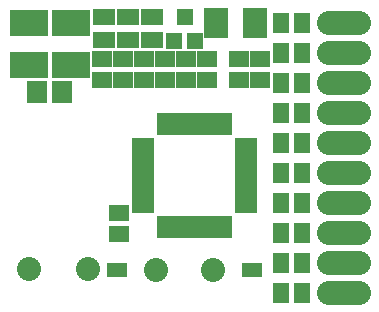
<source format=gts>
G04 (created by PCBNEW-RS274X (2011-12-28 BZR 3254)-stable) date 17/03/2012 11:59:51*
G01*
G70*
G90*
%MOIN*%
G04 Gerber Fmt 3.4, Leading zero omitted, Abs format*
%FSLAX34Y34*%
G04 APERTURE LIST*
%ADD10C,0.006000*%
%ADD11C,0.080000*%
%ADD12O,0.180000X0.080000*%
%ADD13R,0.080000X0.100000*%
%ADD14R,0.065000X0.055000*%
%ADD15R,0.056000X0.056000*%
%ADD16R,0.075000X0.055000*%
%ADD17R,0.055000X0.065000*%
%ADD18R,0.065000X0.075000*%
%ADD19R,0.130000X0.090000*%
%ADD20R,0.077200X0.031800*%
%ADD21R,0.031800X0.077200*%
%ADD22R,0.065000X0.045000*%
G04 APERTURE END LIST*
G54D10*
G54D11*
X43339Y-53750D03*
X45261Y-53750D03*
X41084Y-53700D03*
X39116Y-53700D03*
G54D12*
X49600Y-45500D03*
X49600Y-46500D03*
X49600Y-47500D03*
X49600Y-48500D03*
X49600Y-49500D03*
X49600Y-50500D03*
X49600Y-51500D03*
X49600Y-52500D03*
X49600Y-53500D03*
X49600Y-54500D03*
G54D13*
X45350Y-45500D03*
X46650Y-45500D03*
G54D14*
X44350Y-46700D03*
X44350Y-47400D03*
X42950Y-47400D03*
X42950Y-46700D03*
X43650Y-47400D03*
X43650Y-46700D03*
G54D15*
X44650Y-46100D03*
X43950Y-46100D03*
X44300Y-45300D03*
G54D16*
X43200Y-46075D03*
X43200Y-45325D03*
G54D17*
X48200Y-50500D03*
X47500Y-50500D03*
X48200Y-54500D03*
X47500Y-54500D03*
G54D14*
X41550Y-47400D03*
X41550Y-46700D03*
X42250Y-47400D03*
X42250Y-46700D03*
G54D18*
X40225Y-47800D03*
X39375Y-47800D03*
G54D17*
X48200Y-52500D03*
X47500Y-52500D03*
X48200Y-51500D03*
X47500Y-51500D03*
X48200Y-49500D03*
X47500Y-49500D03*
X48200Y-48500D03*
X47500Y-48500D03*
X48200Y-47500D03*
X47500Y-47500D03*
X48200Y-46500D03*
X47500Y-46500D03*
X48200Y-53500D03*
X47500Y-53500D03*
X48200Y-45500D03*
X47500Y-45500D03*
G54D19*
X39100Y-46900D03*
X39100Y-45500D03*
X40500Y-45500D03*
X40500Y-46900D03*
G54D14*
X45050Y-46700D03*
X45050Y-47400D03*
G54D16*
X41600Y-46075D03*
X41600Y-45325D03*
X42400Y-46075D03*
X42400Y-45325D03*
G54D14*
X42100Y-51850D03*
X42100Y-52550D03*
G54D20*
X42902Y-49911D03*
X42902Y-50108D03*
X42902Y-50305D03*
X42902Y-50502D03*
X42902Y-50698D03*
X42902Y-50895D03*
X42902Y-49714D03*
X42902Y-49517D03*
G54D21*
X43542Y-48877D03*
X43739Y-48877D03*
X43936Y-48877D03*
G54D20*
X46348Y-50895D03*
X46348Y-51092D03*
X46348Y-51289D03*
X46348Y-51486D03*
X46348Y-51683D03*
G54D21*
X45708Y-52323D03*
G54D20*
X46348Y-50698D03*
X46348Y-50502D03*
X46348Y-50305D03*
X46348Y-50108D03*
X46348Y-49911D03*
G54D21*
X44527Y-52323D03*
X45117Y-48877D03*
X44723Y-52323D03*
X45314Y-48877D03*
X45511Y-48877D03*
X44920Y-52323D03*
X45117Y-52323D03*
X45708Y-48877D03*
G54D20*
X46348Y-49517D03*
G54D21*
X45314Y-52323D03*
X45511Y-52323D03*
G54D20*
X46348Y-49714D03*
G54D21*
X44920Y-48877D03*
X44330Y-52323D03*
X44133Y-52323D03*
X44723Y-48877D03*
X44527Y-48877D03*
X43936Y-52323D03*
X43739Y-52323D03*
X44330Y-48877D03*
X44133Y-48877D03*
X43542Y-52323D03*
G54D20*
X42902Y-51092D03*
X42902Y-51289D03*
X42902Y-51486D03*
X42902Y-51683D03*
G54D14*
X46100Y-47400D03*
X46100Y-46700D03*
X46800Y-46700D03*
X46800Y-47400D03*
G54D22*
X46550Y-53750D03*
X42050Y-53750D03*
M02*

</source>
